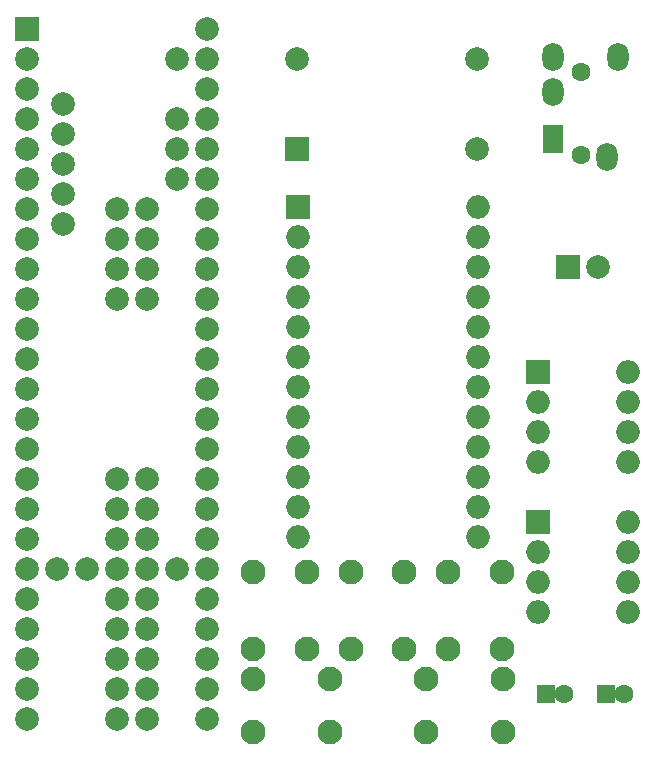
<source format=gbr>
G04 #@! TF.FileFunction,Soldermask,Bot*
%FSLAX46Y46*%
G04 Gerber Fmt 4.6, Leading zero omitted, Abs format (unit mm)*
G04 Created by KiCad (PCBNEW 4.0.7) date 02/06/18 12:48:21*
%MOMM*%
%LPD*%
G01*
G04 APERTURE LIST*
%ADD10C,0.100000*%
%ADD11R,1.600000X1.600000*%
%ADD12C,1.600000*%
%ADD13R,2.000000X2.000000*%
%ADD14C,2.000000*%
%ADD15O,1.800000X2.400000*%
%ADD16R,1.800000X2.400000*%
%ADD17O,2.000000X2.000000*%
%ADD18C,2.100000*%
G04 APERTURE END LIST*
D10*
D11*
X172720000Y-137795000D03*
D12*
X174220000Y-137795000D03*
D11*
X167640000Y-137795000D03*
D12*
X169140000Y-137795000D03*
D13*
X169545000Y-101600000D03*
D14*
X172045000Y-101600000D03*
D15*
X173775000Y-83805000D03*
X172775000Y-92305000D03*
D16*
X168275000Y-90805000D03*
D15*
X168275000Y-86805000D03*
X168275000Y-83805000D03*
D12*
X170575000Y-85105000D03*
X170575000Y-92105000D03*
D14*
X123736000Y-122149000D03*
X123736000Y-124689000D03*
X123736000Y-127229000D03*
X123736000Y-129769000D03*
X123736000Y-119609000D03*
X123736000Y-117069000D03*
X123736000Y-114529000D03*
X123736000Y-132309000D03*
X123736000Y-134849000D03*
X123736000Y-137389000D03*
X123736000Y-139929000D03*
X126276000Y-127229000D03*
X128816000Y-127229000D03*
X131356000Y-127229000D03*
X133896000Y-127229000D03*
X136436000Y-127229000D03*
X138976000Y-139929000D03*
X138976000Y-137389000D03*
X138976000Y-134849000D03*
X138976000Y-132309000D03*
X138976000Y-129769000D03*
X138976000Y-127229000D03*
X138976000Y-124689000D03*
X138976000Y-122149000D03*
X123736000Y-111989000D03*
X123736000Y-109449000D03*
X123736000Y-106909000D03*
X123736000Y-104369000D03*
X123736000Y-101829000D03*
X123736000Y-99289000D03*
X123736000Y-96749000D03*
X123736000Y-94209000D03*
X123736000Y-91669000D03*
X123736000Y-89129000D03*
X123736000Y-86589000D03*
X123736000Y-84049000D03*
D13*
X123736000Y-81509000D03*
D14*
X138976000Y-119609000D03*
X138976000Y-117069000D03*
X138976000Y-114529000D03*
X138976000Y-111989000D03*
X138976000Y-109449000D03*
X138976000Y-106909000D03*
X138976000Y-104369000D03*
X138976000Y-101829000D03*
X138976000Y-99289000D03*
X138976000Y-96749000D03*
X138976000Y-94209000D03*
X138976000Y-91669000D03*
X138976000Y-89129000D03*
X138976000Y-86589000D03*
X138976000Y-84049000D03*
X138976000Y-81509000D03*
X136436000Y-84049000D03*
X136436000Y-89129000D03*
X136436000Y-91669000D03*
X136436000Y-94209000D03*
X131356000Y-96749000D03*
X131356000Y-99289000D03*
X131356000Y-101829000D03*
X131356000Y-104369000D03*
X131356000Y-119609000D03*
X131356000Y-122149000D03*
X131356000Y-124689000D03*
X131356000Y-129769000D03*
X131356000Y-132309000D03*
X131356000Y-134849000D03*
X131356000Y-137389000D03*
X131356000Y-139929000D03*
X133896000Y-139929000D03*
X133896000Y-137389000D03*
X133896000Y-134849000D03*
X133896000Y-132309000D03*
X133896000Y-129769000D03*
X133896000Y-124689000D03*
X133896000Y-122149000D03*
X133896000Y-119609000D03*
X133896000Y-104369000D03*
X133896000Y-101829000D03*
X133896000Y-99289000D03*
X133896000Y-96749000D03*
X126736000Y-87859000D03*
X126736000Y-90399000D03*
X126736000Y-92939000D03*
X126736000Y-95479000D03*
X126736000Y-98019000D03*
D13*
X146685000Y-96520000D03*
D17*
X161925000Y-124460000D03*
X146685000Y-99060000D03*
X161925000Y-121920000D03*
X146685000Y-101600000D03*
X161925000Y-119380000D03*
X146685000Y-104140000D03*
X161925000Y-116840000D03*
X146685000Y-106680000D03*
X161925000Y-114300000D03*
X146685000Y-109220000D03*
X161925000Y-111760000D03*
X146685000Y-111760000D03*
X161925000Y-109220000D03*
X146685000Y-114300000D03*
X161925000Y-106680000D03*
X146685000Y-116840000D03*
X161925000Y-104140000D03*
X146685000Y-119380000D03*
X161925000Y-101600000D03*
X146685000Y-121920000D03*
X161925000Y-99060000D03*
X146685000Y-124460000D03*
X161925000Y-96520000D03*
D13*
X167005000Y-123190000D03*
D17*
X174625000Y-130810000D03*
X167005000Y-125730000D03*
X174625000Y-128270000D03*
X167005000Y-128270000D03*
X174625000Y-125730000D03*
X167005000Y-130810000D03*
X174625000Y-123190000D03*
D13*
X167005000Y-110490000D03*
D17*
X174625000Y-118110000D03*
X167005000Y-113030000D03*
X174625000Y-115570000D03*
X167005000Y-115570000D03*
X174625000Y-113030000D03*
X167005000Y-118110000D03*
X174625000Y-110490000D03*
D13*
X146596000Y-91668600D03*
D14*
X146596000Y-84048600D03*
X161836000Y-84048600D03*
X161836000Y-91668600D03*
D18*
X147375000Y-127485000D03*
X147375000Y-133985000D03*
X142875000Y-127485000D03*
X142875000Y-133985000D03*
X155630000Y-127485000D03*
X155630000Y-133985000D03*
X151130000Y-127485000D03*
X151130000Y-133985000D03*
X163885000Y-127485000D03*
X163885000Y-133985000D03*
X159385000Y-127485000D03*
X159385000Y-133985000D03*
X149375000Y-141025000D03*
X142875000Y-141025000D03*
X149375000Y-136525000D03*
X142875000Y-136525000D03*
X163980000Y-141025000D03*
X157480000Y-141025000D03*
X163980000Y-136525000D03*
X157480000Y-136525000D03*
M02*

</source>
